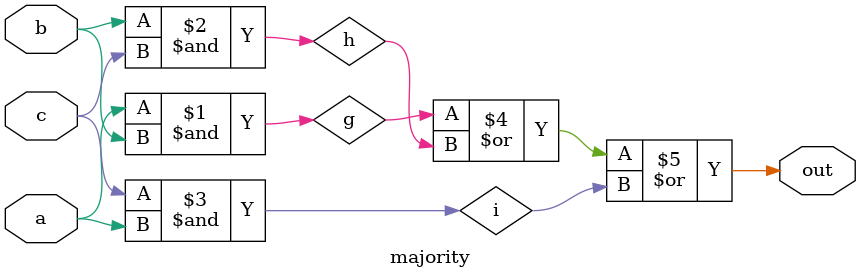
<source format=v>
`timescale 1ns / 1ps

module FA(Sum, Cout, A, B, Cin);
    
    input A, B, Cin;
    output Sum, Cout;
    
    xor x1(Sum,A,B,Cin);
    majority m1(Cout,A,B,Cin);
endmodule  


module majority(out,a,b,c);
    input a,b,c;
    output out;
    and (g, a, b);
    and (h, b, c);
    and (i, c, a);
    or #1 (out, g, h, i);
endmodule


</source>
